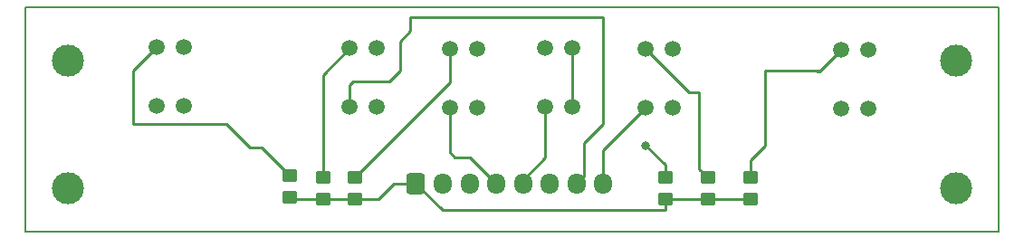
<source format=gbr>
%TF.GenerationSoftware,KiCad,Pcbnew,7.0.5*%
%TF.CreationDate,2023-07-20T19:52:18-07:00*%
%TF.ProjectId,tape sensor smd,74617065-2073-4656-9e73-6f7220736d64,rev?*%
%TF.SameCoordinates,Original*%
%TF.FileFunction,Copper,L1,Top*%
%TF.FilePolarity,Positive*%
%FSLAX46Y46*%
G04 Gerber Fmt 4.6, Leading zero omitted, Abs format (unit mm)*
G04 Created by KiCad (PCBNEW 7.0.5) date 2023-07-20 19:52:18*
%MOMM*%
%LPD*%
G01*
G04 APERTURE LIST*
G04 Aperture macros list*
%AMRoundRect*
0 Rectangle with rounded corners*
0 $1 Rounding radius*
0 $2 $3 $4 $5 $6 $7 $8 $9 X,Y pos of 4 corners*
0 Add a 4 corners polygon primitive as box body*
4,1,4,$2,$3,$4,$5,$6,$7,$8,$9,$2,$3,0*
0 Add four circle primitives for the rounded corners*
1,1,$1+$1,$2,$3*
1,1,$1+$1,$4,$5*
1,1,$1+$1,$6,$7*
1,1,$1+$1,$8,$9*
0 Add four rect primitives between the rounded corners*
20,1,$1+$1,$2,$3,$4,$5,0*
20,1,$1+$1,$4,$5,$6,$7,0*
20,1,$1+$1,$6,$7,$8,$9,0*
20,1,$1+$1,$8,$9,$2,$3,0*%
G04 Aperture macros list end*
%TA.AperFunction,NonConductor*%
%ADD10C,0.200000*%
%TD*%
%TA.AperFunction,SMDPad,CuDef*%
%ADD11RoundRect,0.250000X-0.450000X0.350000X-0.450000X-0.350000X0.450000X-0.350000X0.450000X0.350000X0*%
%TD*%
%TA.AperFunction,ComponentPad*%
%ADD12C,1.500000*%
%TD*%
%TA.AperFunction,ComponentPad*%
%ADD13RoundRect,0.250000X-0.600000X-0.725000X0.600000X-0.725000X0.600000X0.725000X-0.600000X0.725000X0*%
%TD*%
%TA.AperFunction,ComponentPad*%
%ADD14O,1.700000X1.950000*%
%TD*%
%TA.AperFunction,ViaPad*%
%ADD15C,3.000000*%
%TD*%
%TA.AperFunction,ViaPad*%
%ADD16C,0.800000*%
%TD*%
%TA.AperFunction,Conductor*%
%ADD17C,0.250000*%
%TD*%
G04 APERTURE END LIST*
D10*
X140000000Y-96000000D02*
X141000000Y-96000000D01*
X140000000Y-96000000D01*
X138000000Y-96000000D02*
X229000000Y-96000000D01*
X229000000Y-117000000D01*
X138000000Y-117000000D01*
X138000000Y-96000000D01*
D11*
%TO.P,R6,1*%
%TO.N,Net-(R6-Pad1)*%
X201810000Y-111980000D03*
%TO.P,R6,2*%
%TO.N,+5V*%
X201810000Y-113980000D03*
%TD*%
%TO.P,R1,1*%
%TO.N,Net-(R1-Pad1)*%
X162690000Y-111780000D03*
%TO.P,R1,2*%
%TO.N,+5V*%
X162690000Y-113780000D03*
%TD*%
D12*
%TO.P,U5,A*%
%TO.N,Net-(R5-Pad1)*%
X168340000Y-99870000D03*
%TO.P,U5,CATH*%
%TO.N,GND*%
X170880000Y-99870000D03*
%TO.P,U5,COLL*%
%TO.N,BP5*%
X168340000Y-105370000D03*
%TO.P,U5,E*%
%TO.N,GND*%
X170880000Y-105370000D03*
%TD*%
D11*
%TO.P,R2,1*%
%TO.N,Net-(R2-Pad1)*%
X168810000Y-112000000D03*
%TO.P,R2,2*%
%TO.N,+5V*%
X168810000Y-114000000D03*
%TD*%
D12*
%TO.P,U2,A*%
%TO.N,Net-(R2-Pad1)*%
X177700000Y-99920000D03*
%TO.P,U2,CATH*%
%TO.N,GND*%
X180240000Y-99920000D03*
%TO.P,U2,COLL*%
%TO.N,BP2*%
X177700000Y-105420000D03*
%TO.P,U2,E*%
%TO.N,GND*%
X180240000Y-105420000D03*
%TD*%
%TO.P,U4,A*%
%TO.N,Net-(R4-Pad1)*%
X214290000Y-100020000D03*
%TO.P,U4,CATH*%
%TO.N,GND*%
X216830000Y-100020000D03*
%TO.P,U4,COLL*%
%TO.N,BP4*%
X214290000Y-105520000D03*
%TO.P,U4,E*%
%TO.N,GND*%
X216830000Y-105520000D03*
%TD*%
D11*
%TO.P,R3,1*%
%TO.N,Net-(R3-Pad1)*%
X197810000Y-112000000D03*
%TO.P,R3,2*%
%TO.N,+5V*%
X197810000Y-114000000D03*
%TD*%
%TO.P,R5,1*%
%TO.N,Net-(R5-Pad1)*%
X165810000Y-111970000D03*
%TO.P,R5,2*%
%TO.N,+5V*%
X165810000Y-113970000D03*
%TD*%
D12*
%TO.P,U1,A*%
%TO.N,Net-(R1-Pad1)*%
X150270000Y-99780000D03*
%TO.P,U1,CATH*%
%TO.N,GND*%
X152810000Y-99780000D03*
%TO.P,U1,COLL*%
%TO.N,BP1*%
X150270000Y-105280000D03*
%TO.P,U1,E*%
%TO.N,GND*%
X152810000Y-105280000D03*
%TD*%
D11*
%TO.P,R4,1*%
%TO.N,Net-(R4-Pad1)*%
X205810000Y-112000000D03*
%TO.P,R4,2*%
%TO.N,+5V*%
X205810000Y-114000000D03*
%TD*%
D12*
%TO.P,U6,A*%
%TO.N,Net-(R6-Pad1)*%
X195980000Y-99920000D03*
%TO.P,U6,CATH*%
%TO.N,GND*%
X198520000Y-99920000D03*
%TO.P,U6,COLL*%
%TO.N,BP6*%
X195980000Y-105420000D03*
%TO.P,U6,E*%
%TO.N,GND*%
X198520000Y-105420000D03*
%TD*%
D13*
%TO.P,J1,1,Pin_1*%
%TO.N,+5V*%
X174520000Y-112520000D03*
D14*
%TO.P,J1,2,Pin_2*%
%TO.N,GND*%
X177020000Y-112520000D03*
%TO.P,J1,3,Pin_3*%
%TO.N,BP1*%
X179520000Y-112520000D03*
%TO.P,J1,4,Pin_4*%
%TO.N,BP2*%
X182020000Y-112520000D03*
%TO.P,J1,5,Pin_5*%
%TO.N,BP3*%
X184520000Y-112520000D03*
%TO.P,J1,6,Pin_6*%
%TO.N,BP4*%
X187020000Y-112520000D03*
%TO.P,J1,7,Pin_7*%
%TO.N,BP5*%
X189520000Y-112520000D03*
%TO.P,J1,8,Pin_8*%
%TO.N,BP6*%
X192020000Y-112520000D03*
%TD*%
D12*
%TO.P,U3,A*%
%TO.N,Net-(R3-Pad1)*%
X186630000Y-99850000D03*
%TO.P,U3,CATH*%
%TO.N,GND*%
X189170000Y-99850000D03*
%TO.P,U3,COLL*%
%TO.N,BP3*%
X186630000Y-105350000D03*
%TO.P,U3,E*%
%TO.N,GND*%
X189170000Y-105350000D03*
%TD*%
D15*
%TO.N,*%
X225000000Y-113000000D03*
X225000000Y-101000000D03*
X142000000Y-113000000D03*
X142000000Y-101000000D03*
D16*
%TO.N,Net-(R3-Pad1)*%
X196000000Y-109000000D03*
%TD*%
D17*
%TO.N,Net-(R1-Pad1)*%
X148140000Y-107000000D02*
X148070000Y-106930000D01*
X156810000Y-107000000D02*
X148140000Y-107000000D01*
%TO.N,Net-(R4-Pad1)*%
X205810000Y-110320000D02*
X207130000Y-109000000D01*
X205810000Y-112000000D02*
X205810000Y-110320000D01*
X207130000Y-109000000D02*
X207130000Y-102000000D01*
X212210000Y-102000000D02*
X212260000Y-102050000D01*
X207130000Y-102000000D02*
X212210000Y-102000000D01*
%TO.N,+5V*%
X174520000Y-112520000D02*
X177000000Y-115000000D01*
X165840000Y-114000000D02*
X165810000Y-113970000D01*
X177000000Y-115000000D02*
X197810000Y-115000000D01*
X174520000Y-112520000D02*
X172480000Y-112520000D01*
X201810000Y-113980000D02*
X201830000Y-114000000D01*
X171000000Y-114000000D02*
X168810000Y-114000000D01*
X168810000Y-114000000D02*
X165840000Y-114000000D01*
X162880000Y-113970000D02*
X162690000Y-113780000D01*
X165810000Y-113970000D02*
X162880000Y-113970000D01*
X172480000Y-112520000D02*
X171000000Y-114000000D01*
X202190000Y-113900000D02*
X202260000Y-113970000D01*
X201800000Y-113970000D02*
X201810000Y-113980000D01*
X201830000Y-114000000D02*
X205810000Y-114000000D01*
X201790000Y-114000000D02*
X201810000Y-113980000D01*
X197810000Y-114000000D02*
X201790000Y-114000000D01*
X197810000Y-115000000D02*
X197810000Y-114000000D01*
%TO.N,GND*%
X189170000Y-99850000D02*
X189170000Y-105350000D01*
%TO.N,BP1*%
X179520000Y-112520000D02*
X179520000Y-112500000D01*
X179520000Y-112500000D02*
X179690000Y-112330000D01*
%TO.N,BP2*%
X182020000Y-112520000D02*
X179580000Y-110080000D01*
X178160000Y-110080000D02*
X177700000Y-109620000D01*
X177700000Y-109620000D02*
X177700000Y-105420000D01*
X179580000Y-110080000D02*
X178160000Y-110080000D01*
%TO.N,BP3*%
X186630000Y-110090000D02*
X186630000Y-105350000D01*
X184520000Y-112200000D02*
X186630000Y-110090000D01*
X184520000Y-112520000D02*
X184520000Y-112200000D01*
%TO.N,Net-(R1-Pad1)*%
X162690000Y-111780000D02*
X160085000Y-109175000D01*
X158985000Y-109175000D02*
X156810000Y-107000000D01*
X148070000Y-101980000D02*
X150270000Y-99780000D01*
X148070000Y-106930000D02*
X148070000Y-101980000D01*
X160085000Y-109175000D02*
X158985000Y-109175000D01*
%TO.N,Net-(R2-Pad1)*%
X177700000Y-103110000D02*
X177700000Y-99920000D01*
X168810000Y-112000000D02*
X177700000Y-103110000D01*
%TO.N,Net-(R3-Pad1)*%
X197810000Y-112000000D02*
X197810000Y-110810000D01*
X197810000Y-110810000D02*
X196000000Y-109000000D01*
%TO.N,Net-(R4-Pad1)*%
X211960000Y-102050000D02*
X212260000Y-102050000D01*
X212260000Y-102050000D02*
X214290000Y-100020000D01*
%TO.N,BP5*%
X173000000Y-99270280D02*
X173000000Y-102000000D01*
X192000000Y-107000000D02*
X192000000Y-97000000D01*
X168680000Y-103000000D02*
X168340000Y-103340000D01*
X189520000Y-112520000D02*
X190245000Y-111795000D01*
X172000000Y-103000000D02*
X168680000Y-103000000D01*
X190245000Y-108755000D02*
X192000000Y-107000000D01*
X173000000Y-102000000D02*
X172000000Y-103000000D01*
X174000000Y-98270280D02*
X173000000Y-99270280D01*
X174000000Y-97000000D02*
X174000000Y-98270280D01*
X190245000Y-111795000D02*
X190245000Y-108755000D01*
X168340000Y-103340000D02*
X168340000Y-105370000D01*
X192000000Y-97000000D02*
X174000000Y-97000000D01*
%TO.N,BP6*%
X192020000Y-109380000D02*
X195980000Y-105420000D01*
X192020000Y-112520000D02*
X192020000Y-109380000D01*
%TO.N,Net-(R5-Pad1)*%
X165810000Y-111970000D02*
X165810000Y-102400000D01*
X165810000Y-102400000D02*
X168340000Y-99870000D01*
%TO.N,Net-(R6-Pad1)*%
X200060000Y-104000000D02*
X195980000Y-99920000D01*
X201000000Y-104000000D02*
X200060000Y-104000000D01*
X201810000Y-111980000D02*
X201000000Y-111170000D01*
X201000000Y-111170000D02*
X201000000Y-104000000D01*
%TD*%
M02*

</source>
